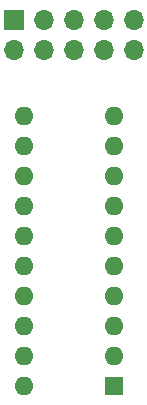
<source format=gbr>
%TF.GenerationSoftware,KiCad,Pcbnew,5.1.9*%
%TF.CreationDate,2021-06-26T11:33:51+02:00*%
%TF.ProjectId,burner,6275726e-6572-42e6-9b69-6361645f7063,rev?*%
%TF.SameCoordinates,Original*%
%TF.FileFunction,Soldermask,Bot*%
%TF.FilePolarity,Negative*%
%FSLAX46Y46*%
G04 Gerber Fmt 4.6, Leading zero omitted, Abs format (unit mm)*
G04 Created by KiCad (PCBNEW 5.1.9) date 2021-06-26 11:33:51*
%MOMM*%
%LPD*%
G01*
G04 APERTURE LIST*
%ADD10O,1.600000X1.600000*%
%ADD11R,1.600000X1.600000*%
%ADD12O,1.700000X1.700000*%
%ADD13R,1.700000X1.700000*%
G04 APERTURE END LIST*
D10*
%TO.C,U1*%
X133380000Y-115000000D03*
X141000000Y-92140000D03*
X133380000Y-112460000D03*
X141000000Y-94680000D03*
X133380000Y-109920000D03*
X141000000Y-97220000D03*
X133380000Y-107380000D03*
X141000000Y-99760000D03*
X133380000Y-104840000D03*
X141000000Y-102300000D03*
X133380000Y-102300000D03*
X141000000Y-104840000D03*
X133380000Y-99760000D03*
X141000000Y-107380000D03*
X133380000Y-97220000D03*
X141000000Y-109920000D03*
X133380000Y-94680000D03*
X141000000Y-112460000D03*
X133380000Y-92140000D03*
D11*
X141000000Y-115000000D03*
%TD*%
D12*
%TO.C,J1*%
X142620000Y-86540000D03*
X142620000Y-84000000D03*
X140080000Y-86540000D03*
X140080000Y-84000000D03*
X137540000Y-86540000D03*
X137540000Y-84000000D03*
X135000000Y-86540000D03*
X135000000Y-84000000D03*
X132460000Y-86540000D03*
D13*
X132460000Y-84000000D03*
%TD*%
M02*

</source>
